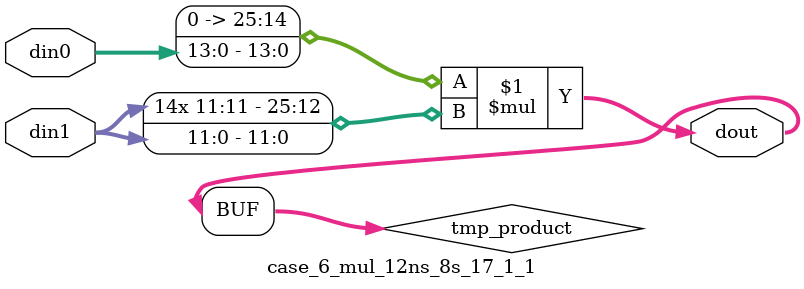
<source format=v>

`timescale 1 ns / 1 ps

 (* use_dsp = "no" *)  module case_6_mul_12ns_8s_17_1_1(din0, din1, dout);
parameter ID = 1;
parameter NUM_STAGE = 0;
parameter din0_WIDTH = 14;
parameter din1_WIDTH = 12;
parameter dout_WIDTH = 26;

input [din0_WIDTH - 1 : 0] din0; 
input [din1_WIDTH - 1 : 0] din1; 
output [dout_WIDTH - 1 : 0] dout;

wire signed [dout_WIDTH - 1 : 0] tmp_product;

























assign tmp_product = $signed({1'b0, din0}) * $signed(din1);










assign dout = tmp_product;





















endmodule

</source>
